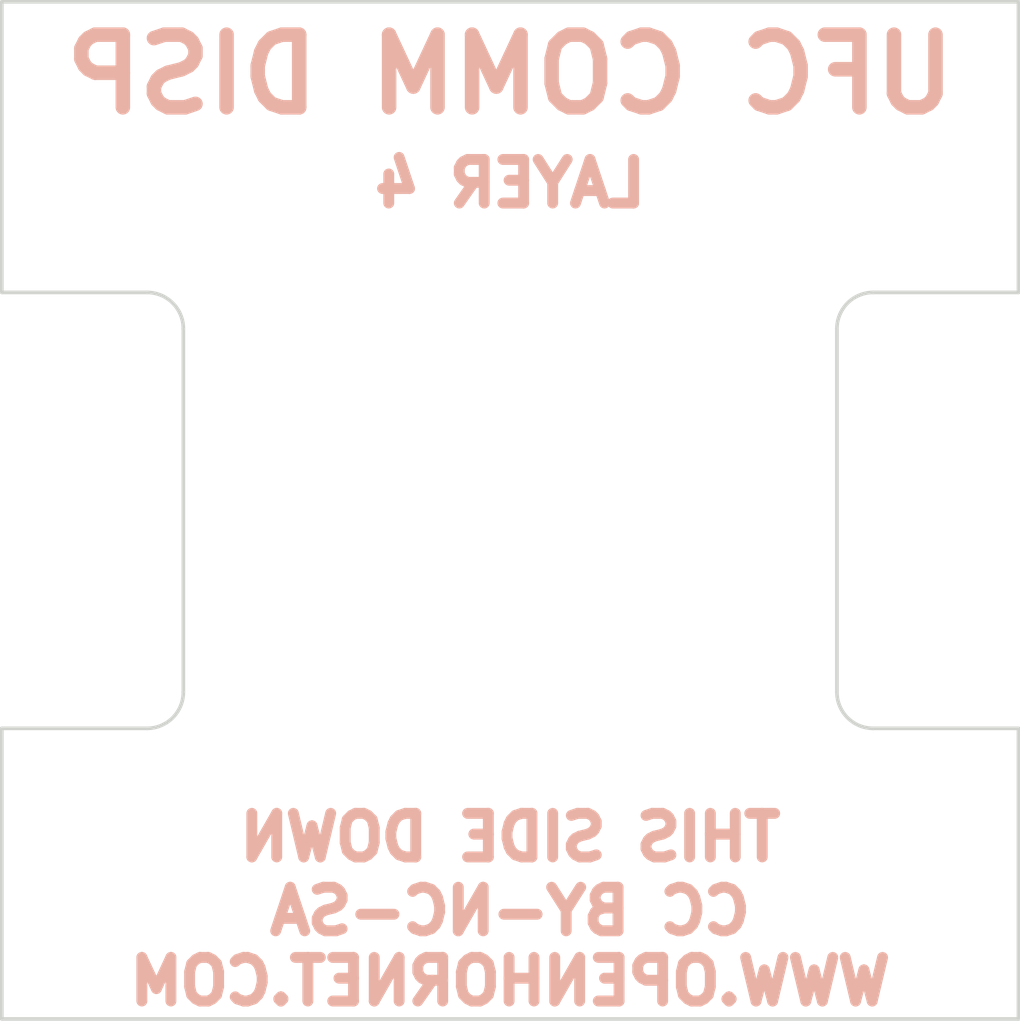
<source format=kicad_pcb>
(kicad_pcb (version 20171130) (host pcbnew "(5.1.4)-1")

  (general
    (thickness 1.6)
    (drawings 20)
    (tracks 0)
    (zones 0)
    (modules 16)
    (nets 1)
  )

  (page A4)
  (layers
    (0 F.Cu signal)
    (31 B.Cu signal)
    (32 B.Adhes user)
    (33 F.Adhes user)
    (34 B.Paste user)
    (35 F.Paste user)
    (36 B.SilkS user)
    (37 F.SilkS user)
    (38 B.Mask user)
    (39 F.Mask user)
    (40 Dwgs.User user)
    (41 Cmts.User user)
    (42 Eco1.User user)
    (43 Eco2.User user)
    (44 Edge.Cuts user)
    (45 Margin user)
    (46 B.CrtYd user)
    (47 F.CrtYd user)
    (48 B.Fab user)
    (49 F.Fab user)
  )

  (setup
    (last_trace_width 0.25)
    (user_trace_width 0.1524)
    (user_trace_width 0.2032)
    (user_trace_width 0.3048)
    (user_trace_width 0.4572)
    (user_trace_width 0.1524)
    (user_trace_width 0.2032)
    (user_trace_width 0.3048)
    (user_trace_width 0.4572)
    (trace_clearance 0.2)
    (zone_clearance 0.508)
    (zone_45_only no)
    (trace_min 0.127)
    (via_size 0.8)
    (via_drill 0.4)
    (via_min_size 0.45)
    (via_min_drill 0.2)
    (user_via 0.45 0.2)
    (user_via 0.45 0.2)
    (uvia_size 0.3)
    (uvia_drill 0.1)
    (uvias_allowed no)
    (uvia_min_size 0.2)
    (uvia_min_drill 0.1)
    (edge_width 0.05)
    (segment_width 0.2)
    (pcb_text_width 0.3)
    (pcb_text_size 1.5 1.5)
    (mod_edge_width 0.12)
    (mod_text_size 1 1)
    (mod_text_width 0.15)
    (pad_size 0.59 0.64)
    (pad_drill 0)
    (pad_to_mask_clearance 0.051)
    (solder_mask_min_width 0.25)
    (aux_axis_origin 167.945 52.19)
    (grid_origin 167.945 52.19)
    (visible_elements 7FFFFFDF)
    (pcbplotparams
      (layerselection 0x010fc_ffffffff)
      (usegerberextensions false)
      (usegerberattributes false)
      (usegerberadvancedattributes false)
      (creategerberjobfile false)
      (excludeedgelayer true)
      (linewidth 0.100000)
      (plotframeref false)
      (viasonmask false)
      (mode 1)
      (useauxorigin false)
      (hpglpennumber 1)
      (hpglpenspeed 20)
      (hpglpendiameter 15.000000)
      (psnegative false)
      (psa4output false)
      (plotreference true)
      (plotvalue true)
      (plotinvisibletext false)
      (padsonsilk false)
      (subtractmaskfromsilk false)
      (outputformat 1)
      (mirror false)
      (drillshape 0)
      (scaleselection 1)
      (outputdirectory "gerber"))
  )

  (net 0 "")

  (net_class Default "This is the default net class."
    (clearance 0.2)
    (trace_width 0.25)
    (via_dia 0.8)
    (via_drill 0.4)
    (uvia_dia 0.3)
    (uvia_drill 0.1)
  )

  (module KiCAD_Libraries:OPT_DISP_NPTH_0.6x0.9mmx3 (layer F.Cu) (tedit 5FB81E2A) (tstamp 5FB86178)
    (at 173.344 60.772 45)
    (path /5FB5BEF2)
    (fp_text reference D6 (at 0 -1.17 45) (layer F.SilkS) hide
      (effects (font (size 1 1) (thickness 0.15)))
    )
    (fp_text value LED (at 0 1.17 45) (layer F.Fab)
      (effects (font (size 1 1) (thickness 0.15)))
    )
    (fp_text user %R (at 0 0 45) (layer F.Fab)
      (effects (font (size 0.25 0.25) (thickness 0.04)))
    )
    (pad "" np_thru_hole circle (at 0 0 45) (size 0.6 0.6) (drill 0.6) (layers *.Cu *.Mask))
    (pad "" np_thru_hole circle (at -0.9 0 45) (size 0.6 0.6) (drill 0.6) (layers *.Cu *.Mask))
    (pad "" np_thru_hole circle (at 0.9 0 45) (size 0.6 0.6) (drill 0.6) (layers *.Cu *.Mask))
  )

  (module KiCAD_Libraries:OPT_DISP_NPTH_0.6x0.9mmx3 (layer F.Cu) (tedit 5FB81E2A) (tstamp 5FB86171)
    (at 176.519 62.3595)
    (path /5FB5EA48)
    (fp_text reference D14 (at 0 -1.17) (layer F.SilkS) hide
      (effects (font (size 1 1) (thickness 0.15)))
    )
    (fp_text value LED (at 0 1.17) (layer F.Fab)
      (effects (font (size 1 1) (thickness 0.15)))
    )
    (fp_text user %R (at 0 0) (layer F.Fab)
      (effects (font (size 0.25 0.25) (thickness 0.04)))
    )
    (pad "" np_thru_hole circle (at 0 0) (size 0.6 0.6) (drill 0.6) (layers *.Cu *.Mask))
    (pad "" np_thru_hole circle (at -0.9 0) (size 0.6 0.6) (drill 0.6) (layers *.Cu *.Mask))
    (pad "" np_thru_hole circle (at 0.9 0) (size 0.6 0.6) (drill 0.6) (layers *.Cu *.Mask))
  )

  (module KiCAD_Libraries:OPT_DISP_NPTH_0.6x0.9mmx3 (layer F.Cu) (tedit 5FB81E2A) (tstamp 5FB8616A)
    (at 174.9315 60.772 90)
    (path /5FB5EA0C)
    (fp_text reference D9 (at 0 -1.17 90) (layer F.SilkS) hide
      (effects (font (size 1 1) (thickness 0.15)))
    )
    (fp_text value LED (at 0 1.17 90) (layer F.Fab)
      (effects (font (size 1 1) (thickness 0.15)))
    )
    (fp_text user %R (at 0 0 90) (layer F.Fab)
      (effects (font (size 0.25 0.25) (thickness 0.04)))
    )
    (pad "" np_thru_hole circle (at 0 0 90) (size 0.6 0.6) (drill 0.6) (layers *.Cu *.Mask))
    (pad "" np_thru_hole circle (at -0.9 0 90) (size 0.6 0.6) (drill 0.6) (layers *.Cu *.Mask))
    (pad "" np_thru_hole circle (at 0.9 0 90) (size 0.6 0.6) (drill 0.6) (layers *.Cu *.Mask))
  )

  (module KiCAD_Libraries:OPT_DISP_NPTH_0.6x0.9mmx3 (layer F.Cu) (tedit 5FB81E2A) (tstamp 5FB86163)
    (at 176.519 56.0095)
    (path /5FB5EA18)
    (fp_text reference D10 (at 0 -1.17) (layer F.SilkS) hide
      (effects (font (size 1 1) (thickness 0.15)))
    )
    (fp_text value LED (at 0 1.17) (layer F.Fab)
      (effects (font (size 1 1) (thickness 0.15)))
    )
    (fp_text user %R (at 0 0) (layer F.Fab)
      (effects (font (size 0.25 0.25) (thickness 0.04)))
    )
    (pad "" np_thru_hole circle (at 0 0) (size 0.6 0.6) (drill 0.6) (layers *.Cu *.Mask))
    (pad "" np_thru_hole circle (at -0.9 0) (size 0.6 0.6) (drill 0.6) (layers *.Cu *.Mask))
    (pad "" np_thru_hole circle (at 0.9 0) (size 0.6 0.6) (drill 0.6) (layers *.Cu *.Mask))
  )

  (module KiCAD_Libraries:OPT_DISP_NPTH_0.6x0.9mmx3 (layer F.Cu) (tedit 5FB81E2A) (tstamp 5FB8615C)
    (at 171.7565 60.772 90)
    (path /5FB5A1A3)
    (fp_text reference D2 (at 0 -1.17 90) (layer F.SilkS) hide
      (effects (font (size 1 1) (thickness 0.15)))
    )
    (fp_text value LED (at 0 1.17 90) (layer F.Fab)
      (effects (font (size 1 1) (thickness 0.15)))
    )
    (fp_text user %R (at 0 0 90) (layer F.Fab)
      (effects (font (size 0.25 0.25) (thickness 0.04)))
    )
    (pad "" np_thru_hole circle (at 0 0 90) (size 0.6 0.6) (drill 0.6) (layers *.Cu *.Mask))
    (pad "" np_thru_hole circle (at -0.9 0 90) (size 0.6 0.6) (drill 0.6) (layers *.Cu *.Mask))
    (pad "" np_thru_hole circle (at 0.9 0 90) (size 0.6 0.6) (drill 0.6) (layers *.Cu *.Mask))
  )

  (module KiCAD_Libraries:OPT_DISP_NPTH_0.6x0.9mmx3 (layer F.Cu) (tedit 5FB81E2A) (tstamp 5FB86155)
    (at 174.9315 57.597 270)
    (path /5FB5BF0A)
    (fp_text reference D8 (at 0 -1.17 90) (layer F.SilkS) hide
      (effects (font (size 1 1) (thickness 0.15)))
    )
    (fp_text value LED (at 0 1.17 90) (layer F.Fab)
      (effects (font (size 1 1) (thickness 0.15)))
    )
    (fp_text user %R (at 0 0 90) (layer F.Fab)
      (effects (font (size 0.25 0.25) (thickness 0.04)))
    )
    (pad "" np_thru_hole circle (at 0 0 270) (size 0.6 0.6) (drill 0.6) (layers *.Cu *.Mask))
    (pad "" np_thru_hole circle (at -0.9 0 270) (size 0.6 0.6) (drill 0.6) (layers *.Cu *.Mask))
    (pad "" np_thru_hole circle (at 0.9 0 270) (size 0.6 0.6) (drill 0.6) (layers *.Cu *.Mask))
  )

  (module KiCAD_Libraries:OPT_DISP_NPTH_0.6x0.9mmx3 (layer F.Cu) (tedit 5FB81E2A) (tstamp 5FB8614E)
    (at 178.1065 57.597 270)
    (path /5FB5EA54)
    (fp_text reference D15 (at 0 -1.17 90) (layer F.SilkS) hide
      (effects (font (size 1 1) (thickness 0.15)))
    )
    (fp_text value LED (at 0 1.17 90) (layer F.Fab)
      (effects (font (size 1 1) (thickness 0.15)))
    )
    (fp_text user %R (at 0 0 90) (layer F.Fab)
      (effects (font (size 0.25 0.25) (thickness 0.04)))
    )
    (pad "" np_thru_hole circle (at 0 0 270) (size 0.6 0.6) (drill 0.6) (layers *.Cu *.Mask))
    (pad "" np_thru_hole circle (at -0.9 0 270) (size 0.6 0.6) (drill 0.6) (layers *.Cu *.Mask))
    (pad "" np_thru_hole circle (at 0.9 0 270) (size 0.6 0.6) (drill 0.6) (layers *.Cu *.Mask))
  )

  (module KiCAD_Libraries:OPT_DISP_NPTH_0.6x0.9mmx3 (layer F.Cu) (tedit 5FB81E2A) (tstamp 5FB86147)
    (at 171.7565 57.597 270)
    (path /5FB59324)
    (fp_text reference D1 (at 0 -1.17 90) (layer F.SilkS) hide
      (effects (font (size 1 1) (thickness 0.15)))
    )
    (fp_text value LED (at 0 1.17 90) (layer F.Fab)
      (effects (font (size 1 1) (thickness 0.15)))
    )
    (fp_text user %R (at 0 0 90) (layer F.Fab)
      (effects (font (size 0.25 0.25) (thickness 0.04)))
    )
    (pad "" np_thru_hole circle (at 0 0 270) (size 0.6 0.6) (drill 0.6) (layers *.Cu *.Mask))
    (pad "" np_thru_hole circle (at -0.9 0 270) (size 0.6 0.6) (drill 0.6) (layers *.Cu *.Mask))
    (pad "" np_thru_hole circle (at 0.9 0 270) (size 0.6 0.6) (drill 0.6) (layers *.Cu *.Mask))
  )

  (module KiCAD_Libraries:OPT_DISP_NPTH_0.6x0.9mmx3 (layer F.Cu) (tedit 5FB81E2A) (tstamp 5FB86140)
    (at 173.344 57.597 315)
    (path /5FB5B136)
    (fp_text reference D4 (at 0 -1.17 135) (layer F.SilkS) hide
      (effects (font (size 0.6 0.6) (thickness 0.15)))
    )
    (fp_text value LED (at 0 1.17 135) (layer F.Fab)
      (effects (font (size 1 1) (thickness 0.15)))
    )
    (fp_text user %R (at 0 0 135) (layer F.Fab)
      (effects (font (size 0.25 0.25) (thickness 0.04)))
    )
    (pad "" np_thru_hole circle (at 0 0 315) (size 0.6 0.6) (drill 0.6) (layers *.Cu *.Mask))
    (pad "" np_thru_hole circle (at -0.9 0 315) (size 0.6 0.6) (drill 0.6) (layers *.Cu *.Mask))
    (pad "" np_thru_hole circle (at 0.9 0 315) (size 0.6 0.6) (drill 0.6) (layers *.Cu *.Mask))
  )

  (module KiCAD_Libraries:OPT_DISP_NPTH_0.6x0.9mmx3 (layer F.Cu) (tedit 5FB81E2A) (tstamp 5FB86139)
    (at 173.344 62.3595)
    (path /5FB5BEFE)
    (fp_text reference D7 (at 0 -1.17) (layer F.SilkS) hide
      (effects (font (size 1 1) (thickness 0.15)))
    )
    (fp_text value LED (at 0 1.17) (layer F.Fab)
      (effects (font (size 1 1) (thickness 0.15)))
    )
    (fp_text user %R (at 0 0) (layer F.Fab)
      (effects (font (size 0.25 0.25) (thickness 0.04)))
    )
    (pad "" np_thru_hole circle (at 0 0) (size 0.6 0.6) (drill 0.6) (layers *.Cu *.Mask))
    (pad "" np_thru_hole circle (at -0.9 0) (size 0.6 0.6) (drill 0.6) (layers *.Cu *.Mask))
    (pad "" np_thru_hole circle (at 0.9 0) (size 0.6 0.6) (drill 0.6) (layers *.Cu *.Mask))
  )

  (module KiCAD_Libraries:OPT_DISP_NPTH_0.6x0.9mmx3 (layer F.Cu) (tedit 5FB81E2A) (tstamp 5FB86132)
    (at 173.344 59.1845)
    (path /5FB5BEE6)
    (fp_text reference D5 (at 0 -1.17) (layer F.SilkS) hide
      (effects (font (size 1 1) (thickness 0.15)))
    )
    (fp_text value LED (at 0 1.17) (layer F.Fab)
      (effects (font (size 1 1) (thickness 0.15)))
    )
    (fp_text user %R (at 0 0) (layer F.Fab)
      (effects (font (size 0.25 0.25) (thickness 0.04)))
    )
    (pad "" np_thru_hole circle (at 0 0) (size 0.6 0.6) (drill 0.6) (layers *.Cu *.Mask))
    (pad "" np_thru_hole circle (at -0.9 0) (size 0.6 0.6) (drill 0.6) (layers *.Cu *.Mask))
    (pad "" np_thru_hole circle (at 0.9 0) (size 0.6 0.6) (drill 0.6) (layers *.Cu *.Mask))
  )

  (module KiCAD_Libraries:OPT_DISP_NPTH_0.6x0.9mmx3 (layer F.Cu) (tedit 5FB81E2A) (tstamp 5FB8612B)
    (at 173.344 56.0095)
    (path /5FB5B12A)
    (fp_text reference D3 (at 0 -1.17) (layer F.SilkS) hide
      (effects (font (size 1 1) (thickness 0.15)))
    )
    (fp_text value LED (at 0 1.17) (layer F.Fab)
      (effects (font (size 1 1) (thickness 0.15)))
    )
    (fp_text user %R (at 0 0) (layer F.Fab)
      (effects (font (size 0.25 0.25) (thickness 0.04)))
    )
    (pad "" np_thru_hole circle (at 0 0) (size 0.6 0.6) (drill 0.6) (layers *.Cu *.Mask))
    (pad "" np_thru_hole circle (at -0.9 0) (size 0.6 0.6) (drill 0.6) (layers *.Cu *.Mask))
    (pad "" np_thru_hole circle (at 0.9 0) (size 0.6 0.6) (drill 0.6) (layers *.Cu *.Mask))
  )

  (module KiCAD_Libraries:OPT_DISP_NPTH_0.6x0.9mmx3 (layer F.Cu) (tedit 5FB81E2A) (tstamp 5FB86124)
    (at 178.1065 60.772 90)
    (path /5FB5EA60)
    (fp_text reference D16 (at 0 -1.17 90) (layer F.SilkS) hide
      (effects (font (size 1 1) (thickness 0.15)))
    )
    (fp_text value LED (at 0 1.17 90) (layer F.Fab)
      (effects (font (size 1 1) (thickness 0.15)))
    )
    (fp_text user %R (at 0 0 90) (layer F.Fab)
      (effects (font (size 0.25 0.25) (thickness 0.04)))
    )
    (pad "" np_thru_hole circle (at 0 0 90) (size 0.6 0.6) (drill 0.6) (layers *.Cu *.Mask))
    (pad "" np_thru_hole circle (at -0.9 0 90) (size 0.6 0.6) (drill 0.6) (layers *.Cu *.Mask))
    (pad "" np_thru_hole circle (at 0.9 0 90) (size 0.6 0.6) (drill 0.6) (layers *.Cu *.Mask))
  )

  (module KiCAD_Libraries:OPT_DISP_NPTH_0.6x0.9mmx3 (layer F.Cu) (tedit 5FB81E2A) (tstamp 5FB8611D)
    (at 176.519 57.597 45)
    (path /5FB5EA24)
    (fp_text reference D11 (at 0 -1.17 45) (layer F.SilkS) hide
      (effects (font (size 1 1) (thickness 0.15)))
    )
    (fp_text value LED (at 0 1.17 45) (layer F.Fab)
      (effects (font (size 1 1) (thickness 0.15)))
    )
    (fp_text user %R (at 0 0 45) (layer F.Fab)
      (effects (font (size 0.25 0.25) (thickness 0.04)))
    )
    (pad "" np_thru_hole circle (at 0 0 45) (size 0.6 0.6) (drill 0.6) (layers *.Cu *.Mask))
    (pad "" np_thru_hole circle (at -0.9 0 45) (size 0.6 0.6) (drill 0.6) (layers *.Cu *.Mask))
    (pad "" np_thru_hole circle (at 0.9 0 45) (size 0.6 0.6) (drill 0.6) (layers *.Cu *.Mask))
  )

  (module KiCAD_Libraries:OPT_DISP_NPTH_0.6x0.9mmx3 (layer F.Cu) (tedit 5FB81E2A) (tstamp 5FB86116)
    (at 176.519 59.1845)
    (path /5FB5EA30)
    (fp_text reference D12 (at 0 -1.17) (layer F.SilkS) hide
      (effects (font (size 1 1) (thickness 0.15)))
    )
    (fp_text value LED (at 0 1.17) (layer F.Fab)
      (effects (font (size 1 1) (thickness 0.15)))
    )
    (fp_text user %R (at 0 0) (layer F.Fab)
      (effects (font (size 0.25 0.25) (thickness 0.04)))
    )
    (pad "" np_thru_hole circle (at 0 0) (size 0.6 0.6) (drill 0.6) (layers *.Cu *.Mask))
    (pad "" np_thru_hole circle (at -0.9 0) (size 0.6 0.6) (drill 0.6) (layers *.Cu *.Mask))
    (pad "" np_thru_hole circle (at 0.9 0) (size 0.6 0.6) (drill 0.6) (layers *.Cu *.Mask))
  )

  (module KiCAD_Libraries:OPT_DISP_NPTH_0.6x0.9mmx3 (layer F.Cu) (tedit 5FB81E2A) (tstamp 5FB8610F)
    (at 176.519 60.772 315)
    (path /5FB5EA3C)
    (fp_text reference D13 (at 0 -1.17 135) (layer F.SilkS) hide
      (effects (font (size 1 1) (thickness 0.15)))
    )
    (fp_text value LED (at 0 1.17 135) (layer F.Fab)
      (effects (font (size 1 1) (thickness 0.15)))
    )
    (fp_text user %R (at 0 0 135) (layer F.Fab)
      (effects (font (size 0.25 0.25) (thickness 0.04)))
    )
    (pad "" np_thru_hole circle (at 0 0 315) (size 0.6 0.6) (drill 0.6) (layers *.Cu *.Mask))
    (pad "" np_thru_hole circle (at -0.9 0 315) (size 0.6 0.6) (drill 0.6) (layers *.Cu *.Mask))
    (pad "" np_thru_hole circle (at 0.9 0 315) (size 0.6 0.6) (drill 0.6) (layers *.Cu *.Mask))
  )

  (gr_text "THIS SIDE DOWN" (at 174.945 63.69) (layer B.SilkS) (tstamp 5FB8621A)
    (effects (font (size 0.6 0.6) (thickness 0.15)) (justify mirror))
  )
  (gr_text "LAYER 4" (at 174.945 54.69) (layer B.SilkS)
    (effects (font (size 0.6 0.6) (thickness 0.15)) (justify mirror))
  )
  (gr_line (start 167.945 62.19) (end 167.945 66.19) (layer Edge.Cuts) (width 0.05) (tstamp 5FB86060))
  (gr_line (start 181.945 62.19) (end 181.945 66.19) (layer Edge.Cuts) (width 0.05) (tstamp 5FB8605F))
  (gr_line (start 169.945 62.19) (end 167.945 62.19) (layer Edge.Cuts) (width 0.05))
  (gr_line (start 169.945 56.19) (end 167.945 56.19) (layer Edge.Cuts) (width 0.05))
  (gr_line (start 170.445 56.69) (end 170.445 61.69) (layer Edge.Cuts) (width 0.05) (tstamp 5FB86054))
  (gr_line (start 179.945 56.19) (end 181.945 56.19) (layer Edge.Cuts) (width 0.05))
  (gr_line (start 179.445 56.69) (end 179.445 61.69) (layer Edge.Cuts) (width 0.05) (tstamp 5FB86052))
  (gr_line (start 179.945 62.19) (end 181.945 62.19) (layer Edge.Cuts) (width 0.05))
  (gr_arc (start 179.945 61.69) (end 179.445 61.69) (angle -90) (layer Edge.Cuts) (width 0.05))
  (gr_arc (start 179.945 56.69) (end 179.945 56.19) (angle -90) (layer Edge.Cuts) (width 0.05))
  (gr_arc (start 169.945 56.69) (end 170.445 56.69) (angle -90) (layer Edge.Cuts) (width 0.05))
  (gr_arc (start 169.945 61.69) (end 169.945 62.19) (angle -90) (layer Edge.Cuts) (width 0.05))
  (gr_line (start 181.945 66.19) (end 167.945 66.19) (layer Edge.Cuts) (width 0.05) (tstamp 5FB85E77))
  (gr_text "CC BY-NC-SA\nWWW.OPENHORNET.COM" (at 174.945 65.19) (layer B.SilkS) (tstamp 5FB85E65)
    (effects (font (size 0.6 0.6) (thickness 0.15)) (justify mirror))
  )
  (gr_text "UFC COMM DISP\n" (at 174.945 53.19) (layer B.SilkS) (tstamp 5FB85E64)
    (effects (font (size 1 1) (thickness 0.2)) (justify mirror))
  )
  (gr_line (start 167.945 56.19) (end 167.945 52.19) (layer Edge.Cuts) (width 0.05) (tstamp 5FB85E63))
  (gr_line (start 167.945 52.19) (end 181.945 52.19) (layer Edge.Cuts) (width 0.05) (tstamp 5FB85E62))
  (gr_line (start 181.945 52.19) (end 181.945 56.19) (layer Edge.Cuts) (width 0.05) (tstamp 5FB85E61))

)

</source>
